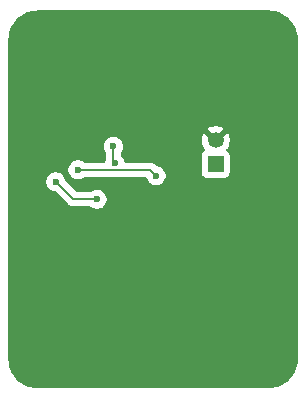
<source format=gbr>
%TF.GenerationSoftware,KiCad,Pcbnew,9.0.6*%
%TF.CreationDate,2025-11-11T14:20:58+00:00*%
%TF.ProjectId,BJT_Astable_Multivibrator_PCB,424a545f-4173-4746-9162-6c655f4d756c,rev?*%
%TF.SameCoordinates,Original*%
%TF.FileFunction,Copper,L2,Bot*%
%TF.FilePolarity,Positive*%
%FSLAX46Y46*%
G04 Gerber Fmt 4.6, Leading zero omitted, Abs format (unit mm)*
G04 Created by KiCad (PCBNEW 9.0.6) date 2025-11-11 14:20:58*
%MOMM*%
%LPD*%
G01*
G04 APERTURE LIST*
%TA.AperFunction,ComponentPad*%
%ADD10R,1.350000X1.350000*%
%TD*%
%TA.AperFunction,ComponentPad*%
%ADD11C,1.350000*%
%TD*%
%TA.AperFunction,ComponentPad*%
%ADD12C,5.000000*%
%TD*%
%TA.AperFunction,ViaPad*%
%ADD13C,0.600000*%
%TD*%
%TA.AperFunction,Conductor*%
%ADD14C,0.200000*%
%TD*%
G04 APERTURE END LIST*
D10*
%TO.P,J1,1,Pin_1*%
%TO.N,VCC*%
X161542500Y-73000000D03*
D11*
%TO.P,J1,2,Pin_2*%
%TO.N,GND*%
X161542500Y-71000000D03*
%TD*%
D12*
%TO.P,H1,1,1*%
%TO.N,GND*%
X146500000Y-62500000D03*
%TD*%
%TO.P,H3,1,1*%
%TO.N,GND*%
X166000000Y-89500000D03*
%TD*%
%TO.P,H2,1,1*%
%TO.N,GND*%
X166000000Y-62500000D03*
%TD*%
%TO.P,H4,1,1*%
%TO.N,GND*%
X146500000Y-89500000D03*
%TD*%
D13*
%TO.N,Net-(C1-Pad2)*%
X153000000Y-72900000D03*
X152887500Y-71517662D03*
%TO.N,GND*%
X152500000Y-76500000D03*
%TO.N,Net-(D2-K)*%
X156500000Y-74000000D03*
X149878500Y-73500000D03*
%TO.N,Base2*%
X151500000Y-76000000D03*
X148000000Y-74500000D03*
%TD*%
D14*
%TO.N,GND*%
X165500000Y-89500000D02*
X152500000Y-76500000D01*
X166000000Y-89500000D02*
X165500000Y-89500000D01*
X146500000Y-82500000D02*
X146500000Y-89500000D01*
%TO.N,Net-(C1-Pad2)*%
X152887500Y-71517662D02*
X152887500Y-72787500D01*
X152887500Y-72787500D02*
X153000000Y-72900000D01*
%TO.N,GND*%
X152500000Y-76500000D02*
X146500000Y-82500000D01*
%TO.N,Net-(D2-K)*%
X149878500Y-73500000D02*
X156000000Y-73500000D01*
X156000000Y-73500000D02*
X156500000Y-74000000D01*
%TO.N,Base2*%
X149500000Y-76000000D02*
X151500000Y-76000000D01*
X148000000Y-74500000D02*
X149500000Y-76000000D01*
%TD*%
%TA.AperFunction,Conductor*%
%TO.N,GND*%
G36*
X166003736Y-60000726D02*
G01*
X166293796Y-60018271D01*
X166308659Y-60020076D01*
X166590798Y-60071780D01*
X166605335Y-60075363D01*
X166879172Y-60160695D01*
X166893163Y-60166000D01*
X167154743Y-60283727D01*
X167167989Y-60290680D01*
X167413465Y-60439075D01*
X167425776Y-60447573D01*
X167651573Y-60624473D01*
X167662781Y-60634403D01*
X167865596Y-60837218D01*
X167875526Y-60848426D01*
X167995481Y-61001538D01*
X168052422Y-61074217D01*
X168060928Y-61086540D01*
X168209316Y-61332004D01*
X168216275Y-61345263D01*
X168333997Y-61606831D01*
X168339306Y-61620832D01*
X168424635Y-61894663D01*
X168428219Y-61909201D01*
X168479923Y-62191340D01*
X168481728Y-62206205D01*
X168499274Y-62496263D01*
X168499500Y-62503750D01*
X168499500Y-89496249D01*
X168499274Y-89503736D01*
X168481728Y-89793794D01*
X168479923Y-89808659D01*
X168428219Y-90090798D01*
X168424635Y-90105336D01*
X168339306Y-90379167D01*
X168333997Y-90393168D01*
X168216275Y-90654736D01*
X168209316Y-90667995D01*
X168060928Y-90913459D01*
X168052422Y-90925782D01*
X167875526Y-91151573D01*
X167865596Y-91162781D01*
X167662781Y-91365596D01*
X167651573Y-91375526D01*
X167425782Y-91552422D01*
X167413459Y-91560928D01*
X167167995Y-91709316D01*
X167154736Y-91716275D01*
X166893168Y-91833997D01*
X166879167Y-91839306D01*
X166605336Y-91924635D01*
X166590798Y-91928219D01*
X166308659Y-91979923D01*
X166293794Y-91981728D01*
X166003736Y-91999274D01*
X165996249Y-91999500D01*
X146503751Y-91999500D01*
X146496264Y-91999274D01*
X146206205Y-91981728D01*
X146191340Y-91979923D01*
X145909201Y-91928219D01*
X145894663Y-91924635D01*
X145620832Y-91839306D01*
X145606831Y-91833997D01*
X145345263Y-91716275D01*
X145332004Y-91709316D01*
X145086540Y-91560928D01*
X145074217Y-91552422D01*
X144848426Y-91375526D01*
X144837218Y-91365596D01*
X144634403Y-91162781D01*
X144624473Y-91151573D01*
X144447573Y-90925776D01*
X144439075Y-90913465D01*
X144290680Y-90667989D01*
X144283727Y-90654743D01*
X144166000Y-90393163D01*
X144160693Y-90379167D01*
X144075364Y-90105336D01*
X144071780Y-90090798D01*
X144020076Y-89808659D01*
X144018271Y-89793794D01*
X144000726Y-89503736D01*
X144000500Y-89496249D01*
X144000500Y-74421153D01*
X147199500Y-74421153D01*
X147199500Y-74578846D01*
X147230261Y-74733489D01*
X147230264Y-74733501D01*
X147290602Y-74879172D01*
X147290609Y-74879185D01*
X147378210Y-75010288D01*
X147378213Y-75010292D01*
X147489707Y-75121786D01*
X147489711Y-75121789D01*
X147620814Y-75209390D01*
X147620827Y-75209397D01*
X147766498Y-75269735D01*
X147766503Y-75269737D01*
X147831147Y-75282595D01*
X147921849Y-75300638D01*
X147983760Y-75333023D01*
X147985339Y-75334574D01*
X149015139Y-76364374D01*
X149015149Y-76364385D01*
X149019479Y-76368715D01*
X149019480Y-76368716D01*
X149131284Y-76480520D01*
X149131286Y-76480521D01*
X149131290Y-76480524D01*
X149268209Y-76559573D01*
X149268216Y-76559577D01*
X149380019Y-76589534D01*
X149420942Y-76600500D01*
X149420943Y-76600500D01*
X150920234Y-76600500D01*
X150987273Y-76620185D01*
X150989125Y-76621398D01*
X151120814Y-76709390D01*
X151120827Y-76709397D01*
X151266498Y-76769735D01*
X151266503Y-76769737D01*
X151421153Y-76800499D01*
X151421156Y-76800500D01*
X151421158Y-76800500D01*
X151578844Y-76800500D01*
X151578845Y-76800499D01*
X151733497Y-76769737D01*
X151879179Y-76709394D01*
X152010289Y-76621789D01*
X152121789Y-76510289D01*
X152209394Y-76379179D01*
X152269737Y-76233497D01*
X152300500Y-76078842D01*
X152300500Y-75921158D01*
X152300500Y-75921155D01*
X152300499Y-75921153D01*
X152269738Y-75766510D01*
X152269737Y-75766503D01*
X152269735Y-75766498D01*
X152209397Y-75620827D01*
X152209390Y-75620814D01*
X152121789Y-75489711D01*
X152121786Y-75489707D01*
X152010292Y-75378213D01*
X152010288Y-75378210D01*
X151879185Y-75290609D01*
X151879172Y-75290602D01*
X151733501Y-75230264D01*
X151733489Y-75230261D01*
X151578845Y-75199500D01*
X151578842Y-75199500D01*
X151421158Y-75199500D01*
X151421155Y-75199500D01*
X151266510Y-75230261D01*
X151266498Y-75230264D01*
X151120827Y-75290602D01*
X151120814Y-75290609D01*
X150989125Y-75378602D01*
X150922447Y-75399480D01*
X150920234Y-75399500D01*
X149800097Y-75399500D01*
X149733058Y-75379815D01*
X149712416Y-75363181D01*
X148834574Y-74485339D01*
X148801089Y-74424016D01*
X148800638Y-74421849D01*
X148769738Y-74266510D01*
X148769737Y-74266503D01*
X148732043Y-74175500D01*
X148709397Y-74120827D01*
X148709390Y-74120814D01*
X148621789Y-73989711D01*
X148621786Y-73989707D01*
X148510292Y-73878213D01*
X148510288Y-73878210D01*
X148379185Y-73790609D01*
X148379172Y-73790602D01*
X148233501Y-73730264D01*
X148233489Y-73730261D01*
X148078845Y-73699500D01*
X148078842Y-73699500D01*
X147921158Y-73699500D01*
X147921155Y-73699500D01*
X147766510Y-73730261D01*
X147766498Y-73730264D01*
X147620827Y-73790602D01*
X147620814Y-73790609D01*
X147489711Y-73878210D01*
X147489707Y-73878213D01*
X147378213Y-73989707D01*
X147378210Y-73989711D01*
X147290609Y-74120814D01*
X147290602Y-74120827D01*
X147230264Y-74266498D01*
X147230261Y-74266510D01*
X147199500Y-74421153D01*
X144000500Y-74421153D01*
X144000500Y-73421153D01*
X149078000Y-73421153D01*
X149078000Y-73578846D01*
X149108761Y-73733489D01*
X149108764Y-73733501D01*
X149169102Y-73879172D01*
X149169109Y-73879185D01*
X149256710Y-74010288D01*
X149256713Y-74010292D01*
X149368207Y-74121786D01*
X149368211Y-74121789D01*
X149499314Y-74209390D01*
X149499327Y-74209397D01*
X149637183Y-74266498D01*
X149645003Y-74269737D01*
X149799653Y-74300499D01*
X149799656Y-74300500D01*
X149799658Y-74300500D01*
X149957344Y-74300500D01*
X149957345Y-74300499D01*
X150111997Y-74269737D01*
X150257679Y-74209394D01*
X150308405Y-74175500D01*
X150389375Y-74121398D01*
X150456053Y-74100520D01*
X150458266Y-74100500D01*
X155602044Y-74100500D01*
X155669083Y-74120185D01*
X155714838Y-74172989D01*
X155723661Y-74200309D01*
X155730261Y-74233489D01*
X155730264Y-74233501D01*
X155790602Y-74379172D01*
X155790609Y-74379185D01*
X155878210Y-74510288D01*
X155878213Y-74510292D01*
X155989707Y-74621786D01*
X155989711Y-74621789D01*
X156120814Y-74709390D01*
X156120827Y-74709397D01*
X156266498Y-74769735D01*
X156266503Y-74769737D01*
X156421153Y-74800499D01*
X156421156Y-74800500D01*
X156421158Y-74800500D01*
X156578844Y-74800500D01*
X156578845Y-74800499D01*
X156733497Y-74769737D01*
X156879179Y-74709394D01*
X157010289Y-74621789D01*
X157121789Y-74510289D01*
X157209394Y-74379179D01*
X157269737Y-74233497D01*
X157300500Y-74078842D01*
X157300500Y-73921158D01*
X157300500Y-73921155D01*
X157300499Y-73921153D01*
X157274531Y-73790606D01*
X157269737Y-73766503D01*
X157256062Y-73733489D01*
X157209397Y-73620827D01*
X157209390Y-73620814D01*
X157121789Y-73489711D01*
X157121786Y-73489707D01*
X157010292Y-73378213D01*
X157010288Y-73378210D01*
X156879185Y-73290609D01*
X156879172Y-73290602D01*
X156733501Y-73230264D01*
X156733491Y-73230261D01*
X156578151Y-73199362D01*
X156561394Y-73190596D01*
X156542916Y-73186577D01*
X156517875Y-73167831D01*
X156516241Y-73166977D01*
X156514664Y-73165428D01*
X156514660Y-73165425D01*
X156480520Y-73131284D01*
X156368717Y-73019481D01*
X156368716Y-73019480D01*
X156281904Y-72969360D01*
X156281904Y-72969359D01*
X156281900Y-72969358D01*
X156231785Y-72940423D01*
X156079057Y-72899499D01*
X155920943Y-72899499D01*
X155913347Y-72899499D01*
X155913331Y-72899500D01*
X153917848Y-72899500D01*
X153850809Y-72879815D01*
X153805054Y-72827011D01*
X153796231Y-72799692D01*
X153769738Y-72666508D01*
X153769737Y-72666507D01*
X153769737Y-72666503D01*
X153713000Y-72529526D01*
X153709397Y-72520827D01*
X153709390Y-72520814D01*
X153621789Y-72389711D01*
X153621786Y-72389707D01*
X153524319Y-72292240D01*
X153516071Y-72277135D01*
X160367000Y-72277135D01*
X160367000Y-73722870D01*
X160367001Y-73722876D01*
X160373408Y-73782483D01*
X160423702Y-73917328D01*
X160423706Y-73917335D01*
X160509952Y-74032544D01*
X160509955Y-74032547D01*
X160625164Y-74118793D01*
X160625171Y-74118797D01*
X160760017Y-74169091D01*
X160760016Y-74169091D01*
X160766944Y-74169835D01*
X160819627Y-74175500D01*
X162265372Y-74175499D01*
X162324983Y-74169091D01*
X162459831Y-74118796D01*
X162575046Y-74032546D01*
X162661296Y-73917331D01*
X162711591Y-73782483D01*
X162718000Y-73722873D01*
X162717999Y-72277128D01*
X162711591Y-72217517D01*
X162666800Y-72097427D01*
X162661297Y-72082671D01*
X162661293Y-72082664D01*
X162575047Y-71967455D01*
X162489559Y-71903458D01*
X162447689Y-71847524D01*
X162442705Y-71777832D01*
X162463554Y-71731306D01*
X162547447Y-71615838D01*
X162631415Y-71451043D01*
X162631416Y-71451040D01*
X162688566Y-71275147D01*
X162717500Y-71092473D01*
X162717500Y-70907526D01*
X162688566Y-70724852D01*
X162631416Y-70548959D01*
X162631415Y-70548956D01*
X162547449Y-70384165D01*
X162532483Y-70363568D01*
X161942500Y-70953551D01*
X161942500Y-70947339D01*
X161915241Y-70845606D01*
X161862580Y-70754394D01*
X161788106Y-70679920D01*
X161696894Y-70627259D01*
X161595161Y-70600000D01*
X161588947Y-70600000D01*
X162178931Y-70010016D01*
X162178930Y-70010015D01*
X162158334Y-69995050D01*
X161993543Y-69911084D01*
X161993540Y-69911083D01*
X161817647Y-69853933D01*
X161634973Y-69825000D01*
X161450027Y-69825000D01*
X161267352Y-69853933D01*
X161091459Y-69911083D01*
X161091456Y-69911084D01*
X160926667Y-69995049D01*
X160906068Y-70010015D01*
X161496054Y-70600000D01*
X161489839Y-70600000D01*
X161388106Y-70627259D01*
X161296894Y-70679920D01*
X161222420Y-70754394D01*
X161169759Y-70845606D01*
X161142500Y-70947339D01*
X161142500Y-70953553D01*
X160552515Y-70363568D01*
X160537549Y-70384167D01*
X160453584Y-70548956D01*
X160453583Y-70548959D01*
X160396433Y-70724852D01*
X160367500Y-70907526D01*
X160367500Y-71092473D01*
X160396433Y-71275147D01*
X160453583Y-71451040D01*
X160453584Y-71451043D01*
X160537549Y-71615833D01*
X160621446Y-71731308D01*
X160644925Y-71797115D01*
X160629099Y-71865169D01*
X160595439Y-71903459D01*
X160509952Y-71967455D01*
X160423706Y-72082664D01*
X160423702Y-72082671D01*
X160373408Y-72217517D01*
X160367001Y-72277116D01*
X160367001Y-72277123D01*
X160367000Y-72277135D01*
X153516071Y-72277135D01*
X153490834Y-72230917D01*
X153488000Y-72204559D01*
X153488000Y-72097427D01*
X153507685Y-72030388D01*
X153508898Y-72028536D01*
X153596890Y-71896847D01*
X153596890Y-71896846D01*
X153596894Y-71896841D01*
X153657237Y-71751159D01*
X153688000Y-71596504D01*
X153688000Y-71438820D01*
X153688000Y-71438817D01*
X153687999Y-71438815D01*
X153657238Y-71284172D01*
X153657237Y-71284165D01*
X153653502Y-71275147D01*
X153596897Y-71138489D01*
X153596890Y-71138476D01*
X153509289Y-71007373D01*
X153509286Y-71007369D01*
X153397792Y-70895875D01*
X153397788Y-70895872D01*
X153266685Y-70808271D01*
X153266672Y-70808264D01*
X153121001Y-70747926D01*
X153120989Y-70747923D01*
X152966345Y-70717162D01*
X152966342Y-70717162D01*
X152808658Y-70717162D01*
X152808655Y-70717162D01*
X152654010Y-70747923D01*
X152653998Y-70747926D01*
X152508327Y-70808264D01*
X152508314Y-70808271D01*
X152377211Y-70895872D01*
X152377207Y-70895875D01*
X152265713Y-71007369D01*
X152265710Y-71007373D01*
X152178109Y-71138476D01*
X152178102Y-71138489D01*
X152117764Y-71284160D01*
X152117761Y-71284172D01*
X152087000Y-71438815D01*
X152087000Y-71596508D01*
X152117761Y-71751151D01*
X152117764Y-71751163D01*
X152178102Y-71896834D01*
X152178109Y-71896847D01*
X152266102Y-72028536D01*
X152286980Y-72095213D01*
X152287000Y-72097427D01*
X152287000Y-72504862D01*
X152277561Y-72552314D01*
X152230263Y-72666501D01*
X152230261Y-72666509D01*
X152203769Y-72799692D01*
X152171384Y-72861603D01*
X152110668Y-72896177D01*
X152082152Y-72899500D01*
X150458266Y-72899500D01*
X150391227Y-72879815D01*
X150389375Y-72878602D01*
X150257685Y-72790609D01*
X150257672Y-72790602D01*
X150112001Y-72730264D01*
X150111989Y-72730261D01*
X149957345Y-72699500D01*
X149957342Y-72699500D01*
X149799658Y-72699500D01*
X149799655Y-72699500D01*
X149645010Y-72730261D01*
X149644998Y-72730264D01*
X149499327Y-72790602D01*
X149499314Y-72790609D01*
X149368211Y-72878210D01*
X149368207Y-72878213D01*
X149256713Y-72989707D01*
X149256710Y-72989711D01*
X149169109Y-73120814D01*
X149169102Y-73120827D01*
X149108764Y-73266498D01*
X149108761Y-73266510D01*
X149078000Y-73421153D01*
X144000500Y-73421153D01*
X144000500Y-62503750D01*
X144000726Y-62496263D01*
X144018271Y-62206205D01*
X144020076Y-62191340D01*
X144071780Y-61909201D01*
X144075364Y-61894663D01*
X144152096Y-61648422D01*
X144160696Y-61620822D01*
X144165998Y-61606841D01*
X144283731Y-61345249D01*
X144290676Y-61332016D01*
X144439080Y-61086526D01*
X144447567Y-61074230D01*
X144624480Y-60848417D01*
X144634395Y-60837226D01*
X144837226Y-60634395D01*
X144848417Y-60624480D01*
X145074230Y-60447567D01*
X145086526Y-60439080D01*
X145332016Y-60290676D01*
X145345249Y-60283731D01*
X145606841Y-60165998D01*
X145620822Y-60160696D01*
X145894668Y-60075362D01*
X145909197Y-60071780D01*
X146191344Y-60020075D01*
X146206201Y-60018271D01*
X146496264Y-60000726D01*
X146503751Y-60000500D01*
X146565892Y-60000500D01*
X165934108Y-60000500D01*
X165996249Y-60000500D01*
X166003736Y-60000726D01*
G37*
%TD.AperFunction*%
%TD*%
M02*

</source>
